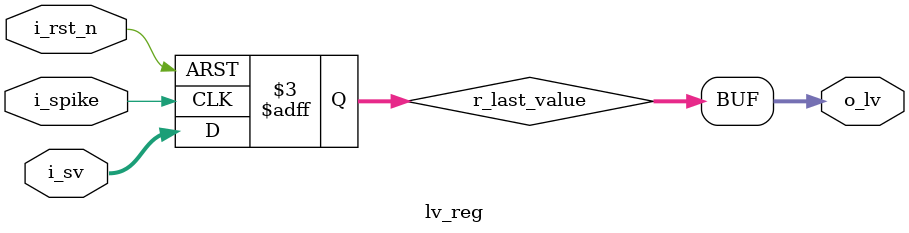
<source format=v>

module lv_reg
#(
parameter  p_width = 20
)
(
input                        i_spike,
input                        i_rst_n,
input   [p_width-1:0]        i_sv,
output  [p_width-1:0]        o_lv
);
reg  [p_width-1:0] r_last_value;

assign  o_lv = r_last_value; 
always @(posedge i_spike or negedge i_rst_n)
begin
	if(!i_rst_n) 
	  r_last_value <= {(p_width){1'h0}};
	else 
	  r_last_value <= i_sv;
end
endmodule
</source>
